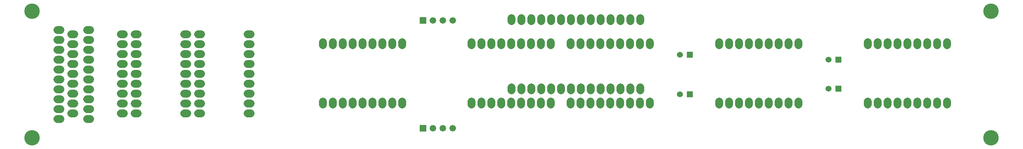
<source format=gbr>
G04 start of page 7 for group -4062 idx -4062 *
G04 Title: (unknown), soldermask *
G04 Creator: pcb 20110918 *
G04 CreationDate: Fri 10 Jan 2014 09:42:05 PM GMT UTC *
G04 For: vince *
G04 Format: Gerber/RS-274X *
G04 PCB-Dimensions: 1000000 160000 *
G04 PCB-Coordinate-Origin: lower left *
%MOIN*%
%FSLAX25Y25*%
%LNBOTTOMMASK*%
%ADD47C,0.0660*%
%ADD46C,0.1560*%
%ADD45C,0.0600*%
%ADD44C,0.0001*%
%ADD43C,0.0800*%
G54D43*X121000Y120500D03*
Y110500D03*
Y100500D03*
Y90500D03*
Y80500D03*
Y70500D03*
Y60500D03*
X171000D03*
X121000Y50500D03*
X171000D03*
X121000Y40500D03*
X171000D03*
Y70500D03*
Y80500D03*
Y90500D03*
Y100500D03*
Y110500D03*
Y120500D03*
X185000D03*
Y110500D03*
Y100500D03*
Y90500D03*
Y80500D03*
Y70500D03*
Y60500D03*
Y50500D03*
Y40500D03*
X235000Y110500D03*
Y120500D03*
X57000D03*
X107000D03*
G54D44*G36*
X827000Y68500D02*Y62500D01*
X833000D01*
Y68500D01*
X827000D01*
G37*
G54D45*X820000Y65500D03*
G54D43*X859500Y51000D03*
X869500D03*
X879500D03*
X889500D03*
X899500D03*
X909500D03*
X919500D03*
X929500D03*
X939500D03*
G54D46*X984000Y16000D03*
G54D43*X939500Y111000D03*
X929500D03*
G54D46*X984000Y144000D03*
G54D43*X919500Y111000D03*
X909500D03*
X899500D03*
X889500D03*
X879500D03*
X869500D03*
X859500D03*
X709500Y51000D03*
X719500D03*
X729500D03*
X739500D03*
X749500D03*
X759500D03*
X769500D03*
X779500D03*
X789500D03*
G54D44*G36*
X677000Y63000D02*Y57000D01*
X683000D01*
Y63000D01*
X677000D01*
G37*
G54D45*X670000Y60000D03*
G54D43*X789500Y111000D03*
G54D44*G36*
X827000Y98000D02*Y92000D01*
X833000D01*
Y98000D01*
X827000D01*
G37*
G54D45*X820000Y95000D03*
G54D43*X779500Y111000D03*
X769500D03*
X759500D03*
X749500D03*
X739500D03*
X729500D03*
X719500D03*
X709500D03*
G54D44*G36*
X677000Y103000D02*Y97000D01*
X683000D01*
Y103000D01*
X677000D01*
G37*
G54D45*X670000Y100000D03*
G54D43*X309500Y51000D03*
X319500D03*
X329500D03*
X339500D03*
X349500D03*
X359500D03*
X369500D03*
X379500D03*
X389500D03*
G54D44*G36*
X407200Y28800D02*Y22200D01*
X413800D01*
Y28800D01*
X407200D01*
G37*
G54D47*X420500Y25500D03*
X430500D03*
X440500D03*
G54D43*X235000Y40500D03*
Y50500D03*
Y60500D03*
Y70500D03*
Y80500D03*
Y90500D03*
Y100500D03*
X389500Y111000D03*
X379500D03*
X369500D03*
X359500D03*
X349500D03*
X339500D03*
X329500D03*
X319500D03*
X309500D03*
X57000Y110500D03*
Y100500D03*
Y90500D03*
Y80500D03*
Y70500D03*
Y60500D03*
Y50500D03*
Y40500D03*
X43000Y35000D03*
Y45000D03*
Y55000D03*
Y65000D03*
G54D46*X16000Y144000D03*
G54D43*X43000Y75000D03*
Y85000D03*
Y95000D03*
Y105000D03*
Y115000D03*
Y125000D03*
G54D46*X16000Y16000D03*
G54D43*X107000Y40500D03*
Y50500D03*
Y60500D03*
Y70500D03*
Y80500D03*
Y90500D03*
Y100500D03*
Y110500D03*
X73000Y125000D03*
Y115000D03*
Y105000D03*
Y95000D03*
Y85000D03*
Y75000D03*
Y65000D03*
Y55000D03*
Y45000D03*
Y35000D03*
G54D44*G36*
X407200Y137800D02*Y131200D01*
X413800D01*
Y137800D01*
X407200D01*
G37*
G54D47*X420500Y134500D03*
X430500D03*
X440500D03*
G54D43*X500000Y135500D03*
X510000D03*
X520000D03*
X530000D03*
X540000D03*
X550000D03*
X560000D03*
X570000D03*
X580000D03*
X590000D03*
X600000D03*
X610000D03*
X620000D03*
X630000D03*
X639500Y111000D03*
X629500D03*
X619500D03*
X630000Y65500D03*
X620000D03*
X610000D03*
X600000D03*
X590000D03*
X580000D03*
X570000D03*
X569500Y51000D03*
X579500D03*
X560000Y65500D03*
X559500Y51000D03*
X589500D03*
X599500D03*
X609500D03*
X619500D03*
X629500D03*
X639500D03*
X550000Y65500D03*
X540000D03*
X530000D03*
X520000D03*
X510000D03*
X500000D03*
X459500Y51000D03*
X469500D03*
X479500D03*
X489500D03*
X499500D03*
X509500D03*
X519500D03*
X529500D03*
X539500D03*
X609500Y111000D03*
X599500D03*
X589500D03*
X579500D03*
X569500D03*
X559500D03*
X539500D03*
X529500D03*
X519500D03*
X509500D03*
X499500D03*
X489500D03*
X479500D03*
X469500D03*
X459500D03*
X119500Y60500D02*X122500D01*
X119500Y50500D02*X122500D01*
X119500Y40500D02*X122500D01*
X105500D02*X108500D01*
X105500Y50500D02*X108500D01*
X119500Y100500D02*X122500D01*
X119500Y90500D02*X122500D01*
X119500Y120500D02*X122500D01*
X119500Y110500D02*X122500D01*
X119500Y80500D02*X122500D01*
X119500Y70500D02*X122500D01*
X105500Y60500D02*X108500D01*
X105500Y70500D02*X108500D01*
X105500Y80500D02*X108500D01*
X105500Y90500D02*X108500D01*
X105500Y100500D02*X108500D01*
X105500Y110500D02*X108500D01*
X105500Y120500D02*X108500D01*
X309500Y52500D02*Y49500D01*
X319500Y52500D02*Y49500D01*
X329500Y52500D02*Y49500D01*
X339500Y52500D02*Y49500D01*
X349500Y52500D02*Y49500D01*
X359500Y52500D02*Y49500D01*
X369500Y52500D02*Y49500D01*
X379500Y52500D02*Y49500D01*
X389500Y52500D02*Y49500D01*
Y112500D02*Y109500D01*
X379500Y112500D02*Y109500D01*
X369500Y112500D02*Y109500D01*
X359500Y112500D02*Y109500D01*
X349500Y112500D02*Y109500D01*
X339500Y112500D02*Y109500D01*
X329500Y112500D02*Y109500D01*
X319500Y112500D02*Y109500D01*
X309500Y112500D02*Y109500D01*
X169500Y40500D02*X172500D01*
X169500Y50500D02*X172500D01*
X169500Y60500D02*X172500D01*
X169500Y90500D02*X172500D01*
X169500Y100500D02*X172500D01*
X169500Y110500D02*X172500D01*
X183500D02*X186500D01*
X169500Y120500D02*X172500D01*
X183500D02*X186500D01*
X183500Y100500D02*X186500D01*
X183500Y90500D02*X186500D01*
X169500Y70500D02*X172500D01*
X169500Y80500D02*X172500D01*
X183500D02*X186500D01*
X183500Y70500D02*X186500D01*
X183500Y60500D02*X186500D01*
X183500Y50500D02*X186500D01*
X183500Y40500D02*X186500D01*
X233500D02*X236500D01*
X233500Y50500D02*X236500D01*
X233500Y60500D02*X236500D01*
X233500Y70500D02*X236500D01*
X233500Y80500D02*X236500D01*
X233500Y90500D02*X236500D01*
X233500Y100500D02*X236500D01*
X233500Y110500D02*X236500D01*
X233500Y120500D02*X236500D01*
X55500D02*X58500D01*
X55500Y110500D02*X58500D01*
X71500Y125000D02*X74500D01*
X71500Y115000D02*X74500D01*
X55500Y80500D02*X58500D01*
X55500Y70500D02*X58500D01*
X55500Y60500D02*X58500D01*
X55500Y50500D02*X58500D01*
X55500Y40500D02*X58500D01*
X41500Y35000D02*X44500D01*
X41500Y45000D02*X44500D01*
X41500Y55000D02*X44500D01*
X41500Y65000D02*X44500D01*
X41500Y75000D02*X44500D01*
X41500Y85000D02*X44500D01*
X41500Y95000D02*X44500D01*
X41500Y105000D02*X44500D01*
X41500Y115000D02*X44500D01*
X41500Y125000D02*X44500D01*
X55500Y100500D02*X58500D01*
X55500Y90500D02*X58500D01*
X71500Y105000D02*X74500D01*
X71500Y95000D02*X74500D01*
X71500Y85000D02*X74500D01*
X71500Y75000D02*X74500D01*
X71500Y65000D02*X74500D01*
X71500Y55000D02*X74500D01*
X71500Y45000D02*X74500D01*
X71500Y35000D02*X74500D01*
X859500Y52500D02*Y49500D01*
X869500Y52500D02*Y49500D01*
X879500Y52500D02*Y49500D01*
X889500Y52500D02*Y49500D01*
X899500Y52500D02*Y49500D01*
X909500Y52500D02*Y49500D01*
X919500Y52500D02*Y49500D01*
X929500Y52500D02*Y49500D01*
X939500Y52500D02*Y49500D01*
Y112500D02*Y109500D01*
X929500Y112500D02*Y109500D01*
X919500Y112500D02*Y109500D01*
X909500Y112500D02*Y109500D01*
X899500Y112500D02*Y109500D01*
X889500Y112500D02*Y109500D01*
X879500Y112500D02*Y109500D01*
X869500Y112500D02*Y109500D01*
X709500Y52500D02*Y49500D01*
X719500Y52500D02*Y49500D01*
X729500Y52500D02*Y49500D01*
X739500Y52500D02*Y49500D01*
X749500Y52500D02*Y49500D01*
X759500Y52500D02*Y49500D01*
X769500Y52500D02*Y49500D01*
X779500Y52500D02*Y49500D01*
X789500Y52500D02*Y49500D01*
X859500Y112500D02*Y109500D01*
X789500Y112500D02*Y109500D01*
X779500Y112500D02*Y109500D01*
X769500Y112500D02*Y109500D01*
X759500Y112500D02*Y109500D01*
X749500Y112500D02*Y109500D01*
X739500Y112500D02*Y109500D01*
X729500Y112500D02*Y109500D01*
X719500Y112500D02*Y109500D01*
X709500Y112500D02*Y109500D01*
X500000Y137000D02*Y134000D01*
X510000Y137000D02*Y134000D01*
X520000Y137000D02*Y134000D01*
X530000Y137000D02*Y134000D01*
X540000Y67000D02*Y64000D01*
X530000Y67000D02*Y64000D01*
X520000Y67000D02*Y64000D01*
X500000Y67000D02*Y64000D01*
X459500Y52500D02*Y49500D01*
X469500Y52500D02*Y49500D01*
X479500Y52500D02*Y49500D01*
X489500Y52500D02*Y49500D01*
X499500Y52500D02*Y49500D01*
X510000Y67000D02*Y64000D01*
X509500Y52500D02*Y49500D01*
X519500Y52500D02*Y49500D01*
X529500Y52500D02*Y49500D01*
X539500Y52500D02*Y49500D01*
Y112500D02*Y109500D01*
X529500Y112500D02*Y109500D01*
X519500Y112500D02*Y109500D01*
X509500Y112500D02*Y109500D01*
X499500Y112500D02*Y109500D01*
X489500Y112500D02*Y109500D01*
X479500Y112500D02*Y109500D01*
X469500Y112500D02*Y109500D01*
X459500Y112500D02*Y109500D01*
X540000Y137000D02*Y134000D01*
X550000Y137000D02*Y134000D01*
X560000Y137000D02*Y134000D01*
X570000Y137000D02*Y134000D01*
X580000Y137000D02*Y134000D01*
X590000Y137000D02*Y134000D01*
X600000Y137000D02*Y134000D01*
X610000Y137000D02*Y134000D01*
X620000Y137000D02*Y134000D01*
X630000Y137000D02*Y134000D01*
Y67000D02*Y64000D01*
X620000Y67000D02*Y64000D01*
X610000Y67000D02*Y64000D01*
X600000Y67000D02*Y64000D01*
X590000Y67000D02*Y64000D01*
X580000Y67000D02*Y64000D01*
X570000Y67000D02*Y64000D01*
X560000Y67000D02*Y64000D01*
X550000Y67000D02*Y64000D01*
X559500Y52500D02*Y49500D01*
X569500Y52500D02*Y49500D01*
X579500Y52500D02*Y49500D01*
X589500Y52500D02*Y49500D01*
X599500Y52500D02*Y49500D01*
X609500Y52500D02*Y49500D01*
X619500Y52500D02*Y49500D01*
X629500Y52500D02*Y49500D01*
X639500Y52500D02*Y49500D01*
Y112500D02*Y109500D01*
X629500Y112500D02*Y109500D01*
X619500Y112500D02*Y109500D01*
X609500Y112500D02*Y109500D01*
X599500Y112500D02*Y109500D01*
X589500Y112500D02*Y109500D01*
X579500Y112500D02*Y109500D01*
X569500Y112500D02*Y109500D01*
X559500Y112500D02*Y109500D01*
M02*

</source>
